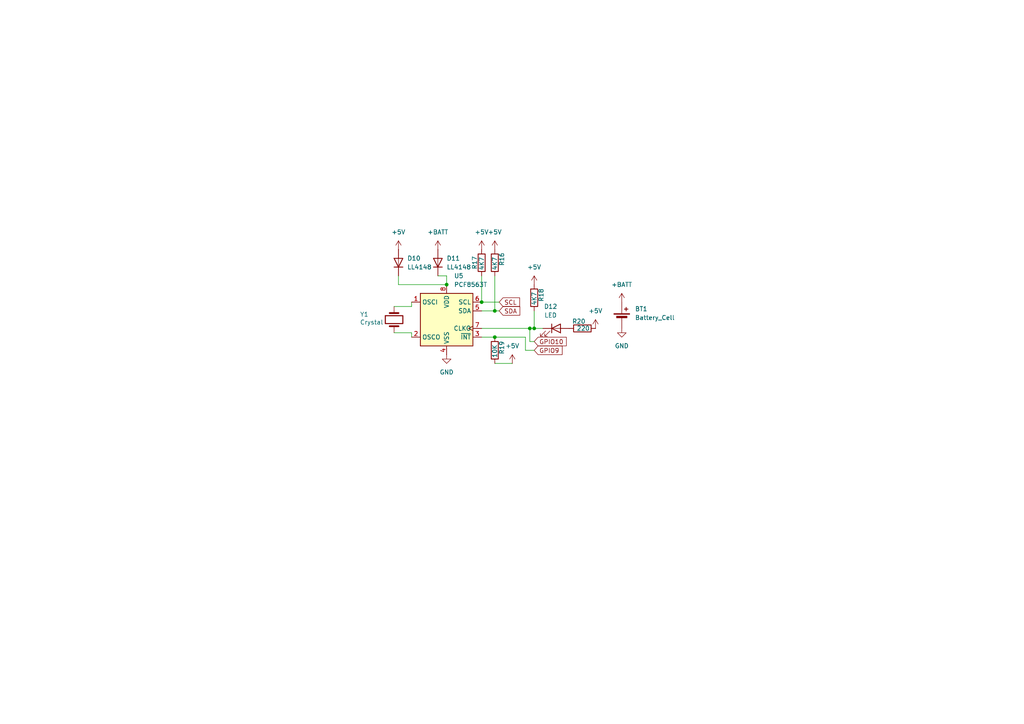
<source format=kicad_sch>
(kicad_sch (version 20250114) (generator "eeschema") (generator_version "9.0")
  (paper "A4")
  (title_block (title "Raspberry Pi Pico Logger - RTC") (date "2025-06-21") (rev "2.0") (company "Creator: Piotr Kłyś"))
  (lib_symbols
    (symbol "Device:Battery_Cell" (pin_numbers (hide yes)) (pin_names (offset 0) (hide yes))
      (property "Reference" "BT" (at 2.54 2.54 0))
      (property "Value" "Battery_Cell" (at 2.54 0 0))
      (symbol "Battery_Cell_0_1"
        (rectangle (start -2.286 1.778) (end 2.286 1.524) (fill (type outline)))
        (rectangle (start -1.524 1.016) (end 1.524 0.508) (fill (type outline)))
        (polyline (pts (xy 0 1.778) (xy 0 2.54)))
        (polyline (pts (xy 0 0.762) (xy 0 0)))
        (polyline (pts (xy 0.762 3.048) (xy 1.778 3.048)) (stroke (width 0.254)))
        (polyline (pts (xy 1.27 3.556) (xy 1.27 2.54)) (stroke (width 0.254)))
      )
      (symbol "Battery_Cell_1_1"
        (pin passive line (at 0 5.08 270) (length 2.54) (name "+") (number "1"))
        (pin passive line (at 0 -2.54 90) (length 2.54) (name "-") (number "2"))
      )
    )
    (symbol "Device:Crystal" (pin_numbers (hide yes)) (pin_names (offset 1.016) (hide yes))
      (property "Reference" "Y" (at 0 3.81 0))
      (property "Value" "Crystal" (at 0 -3.81 0))
      (symbol "Crystal_0_1"
        (polyline (pts (xy -2.54 0) (xy -1.905 0)))
        (polyline (pts (xy -1.905 -1.27) (xy -1.905 1.27)) (stroke (width 0.508)))
        (rectangle (start -1.143 2.54) (end 1.143 -2.54) (stroke (width 0.3048)))
        (polyline (pts (xy 1.905 -1.27) (xy 1.905 1.27)) (stroke (width 0.508)))
        (polyline (pts (xy 2.54 0) (xy 1.905 0)))
      )
      (symbol "Crystal_1_1"
        (pin passive line (at -3.81 0 0) (length 1.27) (name "1") (number "1"))
        (pin passive line (at 3.81 0 180) (length 1.27) (name "2") (number "2"))
      )
    )
    (symbol "Device:LED" (pin_numbers (hide yes)) (pin_names (offset 1.016) (hide yes))
      (property "Reference" "D" (at 0 2.54 0))
      (property "Value" "LED" (at 0 -2.54 0))
      (symbol "LED_0_1"
        (polyline (pts (xy -3.048 -0.762) (xy -4.572 -2.286) (xy -3.81 -2.286) (xy -4.572 -2.286) (xy -4.572 -1.524)))
        (polyline (pts (xy -1.778 -0.762) (xy -3.302 -2.286) (xy -2.54 -2.286) (xy -3.302 -2.286) (xy -3.302 -1.524)))
        (polyline (pts (xy -1.27 0) (xy 1.27 0)))
        (polyline (pts (xy -1.27 -1.27) (xy -1.27 1.27)) (stroke (width 0.254)))
        (polyline (pts (xy 1.27 -1.27) (xy 1.27 1.27) (xy -1.27 0) (xy 1.27 -1.27)) (stroke (width 0.254)))
      )
      (symbol "LED_1_1"
        (pin passive line (at -3.81 0 0) (length 2.54) (name "K") (number "1"))
        (pin passive line (at 3.81 0 180) (length 2.54) (name "A") (number "2"))
      )
    )
    (symbol "Device:R" (pin_numbers (hide yes)) (pin_names (offset 0))
      (property "Reference" "R" (at 2.032 0 90))
      (property "Value" "R" (at 0 0 90))
      (symbol "R_0_1"
        (rectangle (start -1.016 -2.54) (end 1.016 2.54) (stroke (width 0.254)))
      )
      (symbol "R_1_1"
        (pin passive line (at 0 3.81 270) (length 1.27) (name "~") (number "1"))
        (pin passive line (at 0 -3.81 90) (length 1.27) (name "~") (number "2"))
      )
    )
    (symbol "Diode:LL4148" (pin_numbers (hide yes)) (pin_names (hide yes))
      (property "Reference" "D" (at 0 2.54 0))
      (property "Value" "LL4148" (at 0 -2.54 0))
      (symbol "LL4148_0_1"
        (polyline (pts (xy -1.27 1.27) (xy -1.27 -1.27)) (stroke (width 0.254)))
        (polyline (pts (xy 1.27 1.27) (xy 1.27 -1.27) (xy -1.27 0) (xy 1.27 1.27)) (stroke (width 0.254)))
        (polyline (pts (xy 1.27 0) (xy -1.27 0)))
      )
      (symbol "LL4148_1_1"
        (pin passive line (at -3.81 0 0) (length 2.54) (name "K") (number "1"))
        (pin passive line (at 3.81 0 180) (length 2.54) (name "A") (number "2"))
      )
    )
    (symbol "Timer_RTC:PCF8563T"
      (property "Reference" "U" (at -7.62 8.89 0))
      (property "Value" "PCF8563T" (at 2.54 8.89 0))
      (symbol "PCF8563T_0_1"
        (rectangle (start -7.62 7.62) (end 7.62 -7.62) (stroke (width 0.254)) (fill (type background)))
      )
      (symbol "PCF8563T_1_1"
        (pin input line (at -10.16 5.08 0) (length 2.54) (name "OSCI") (number "1"))
        (pin output line (at -10.16 -5.08 0) (length 2.54) (name "OSCO") (number "2"))
        (pin power_in line (at 0 10.16 270) (length 2.54) (name "VDD") (number "8"))
        (pin power_in line (at 0 -10.16 90) (length 2.54) (name "VSS") (number "4"))
        (pin input line (at 10.16 5.08 180) (length 2.54) (name "SCL") (number "6"))
        (pin bidirectional line (at 10.16 2.54 180) (length 2.54) (name "SDA") (number "5"))
        (pin output clock (at 10.16 -2.54 180) (length 2.54) (name "CLKO") (number "7"))
        (pin output line (at 10.16 -5.08 180) (length 2.54) (name "~{INT}") (number "3"))
      )
    )
    (symbol "power:+5V" (power) (pin_numbers (hide yes)) (pin_names (offset 0) (hide yes))
      (property "Value" "+5V" (at 0 3.556 0))
      (symbol "+5V_0_1"
        (polyline (pts (xy -0.762 1.27) (xy 0 2.54)))
        (polyline (pts (xy 0 2.54) (xy 0.762 1.27)))
        (polyline (pts (xy 0 0) (xy 0 2.54)))
      )
      (symbol "+5V_1_1"
        (pin power_in line (at 0 0 90) (length 0) (name "~") (number "1"))
      )
    )
    (symbol "power:+BATT" (power) (pin_numbers (hide yes)) (pin_names (offset 0) (hide yes))
      (property "Value" "+BATT" (at 0 3.556 0))
      (symbol "+BATT_0_1"
        (polyline (pts (xy -0.762 1.27) (xy 0 2.54)))
        (polyline (pts (xy 0 2.54) (xy 0.762 1.27)))
        (polyline (pts (xy 0 0) (xy 0 2.54)))
      )
      (symbol "+BATT_1_1"
        (pin power_in line (at 0 0 90) (length 0) (name "~") (number "1"))
      )
    )
    (symbol "power:GND" (power) (pin_numbers (hide yes)) (pin_names (offset 0) (hide yes))
      (property "Value" "GND" (at 0 -3.81 0))
      (symbol "GND_0_1"
        (polyline (pts (xy 0 0) (xy 0 -1.27) (xy 1.27 -1.27) (xy 0 -2.54) (xy -1.27 -1.27) (xy 0 -1.27)))
      )
      (symbol "GND_1_1"
        (pin power_in line (at 0 0 270) (length 0) (name "~") (number "1"))
      )
    )
  )
  (junction (at 153.67 95.25))
  (junction (at 129.54 82.55))
  (junction (at 143.51 97.79))
  (junction (at 154.94 95.25))
  (junction (at 139.7 87.63))
  (junction (at 143.51 90.17))
  (wire (pts (xy 115.57 82.55) (xy 129.54 82.55)))
  (wire (pts (xy 143.51 105.41) (xy 148.59 105.41)))
  (wire (pts (xy 139.7 97.79) (xy 143.51 97.79)))
  (wire (pts (xy 114.3 96.52) (xy 119.38 96.52)))
  (wire (pts (xy 154.94 90.17) (xy 154.94 95.25)))
  (wire (pts (xy 114.3 88.9) (xy 119.38 88.9)))
  (wire (pts (xy 119.38 88.9) (xy 119.38 87.63)))
  (wire (pts (xy 115.57 80.01) (xy 115.57 82.55)))
  (wire (pts (xy 143.51 90.17) (xy 144.78 90.17)))
  (wire (pts (xy 154.94 101.6) (xy 152.4 101.6)))
  (wire (pts (xy 139.7 95.25) (xy 153.67 95.25)))
  (wire (pts (xy 127 80.01) (xy 129.54 80.01)))
  (wire (pts (xy 139.7 90.17) (xy 143.51 90.17)))
  (wire (pts (xy 154.94 95.25) (xy 157.48 95.25)))
  (wire (pts (xy 154.94 99.06) (xy 153.67 99.06)))
  (wire (pts (xy 153.67 95.25) (xy 154.94 95.25)))
  (wire (pts (xy 119.38 96.52) (xy 119.38 97.79)))
  (wire (pts (xy 129.54 80.01) (xy 129.54 82.55)))
  (wire (pts (xy 153.67 99.06) (xy 153.67 95.25)))
  (wire (pts (xy 152.4 101.6) (xy 152.4 97.79)))
  (wire (pts (xy 152.4 97.79) (xy 143.51 97.79)))
  (wire (pts (xy 139.7 80.01) (xy 139.7 87.63)))
  (wire (pts (xy 139.7 87.63) (xy 144.78 87.63)))
  (wire (pts (xy 143.51 80.01) (xy 143.51 90.17)))
  (global_label "SDA" (shape input) (at 144.78 90.17 0) (property "Intersheetrefs" "${INTERSHEET_REFS}" (effects (hide yes))))
  (global_label "GPIO9" (shape input) (at 154.94 101.6 0) (property "Intersheetrefs" "${INTERSHEET_REFS}" (effects (hide yes))))
  (global_label "GPIO10" (shape input) (at 154.94 99.06 0) (property "Intersheetrefs" "${INTERSHEET_REFS}" (effects (hide yes))))
  (global_label "SCL" (shape input) (at 144.78 87.63 0) (property "Intersheetrefs" "${INTERSHEET_REFS}" (effects (hide yes))))
  (symbol (lib_id "Timer_RTC:PCF8563T") (at 129.54 92.71 0) (unit 1)
    (property "Reference" "U5" (at 131.6833 80.01 0) (effects (justify left)))
    (property "Value" "PCF8563T" (at 131.6833 82.55 0) (effects (justify left)))
    (property "Footprint" "Package_SO:SOIC-8_3.9x4.9mm_P1.27mm" (effects (hide yes)))
    (property "Datasheet" "https://www.nxp.com/docs/en/data-sheet/PCF8563.pdf" (effects (hide yes)))
    (property "Description" "Realtime Clock/Calendar I2C Interface, SOIC-8" (effects (hide yes)))
  )
  (symbol (lib_id "Device:R") (at 139.7 76.2 0) (unit 1)
    (property "Reference" "R17" (at 137.668 76.2 90))
    (property "Value" "4K7" (at 139.7 76.454 90))
    (property "Footprint" "Resistor_SMD:R_0805_2012Metric" (effects (hide yes)))
    (property "Description" "Resistor" (effects (hide yes)))
  )
  (symbol (lib_id "power:+5V") (at 172.72 95.25 0) (unit 1)
    (property "Reference" "#PWR039" (effects (hide yes)))
    (property "Value" "+5V" (at 172.72 90.17 0))
    (property "Description" "Power symbol creates a global label with name \"+5V\"" (effects (hide yes)))
  )
  (symbol (lib_id "power:+5V") (at 143.51 72.39 0) (unit 1)
    (property "Reference" "#PWR036" (effects (hide yes)))
    (property "Value" "+5V" (at 143.51 67.31 0))
    (property "Description" "Power symbol creates a global label with name \"+5V\"" (effects (hide yes)))
  )
  (symbol (lib_id "Device:Battery_Cell") (at 180.34 92.71 0) (unit 1)
    (property "Reference" "BT1" (at 184.15 89.5984 0) (effects (justify left)))
    (property "Value" "Battery_Cell" (at 184.15 92.1384 0) (effects (justify left)))
    (property "Footprint" "Battery:BatteryHolder_Keystone_104_1x23mm" (effects (hide yes)))
    (property "Description" "Single-cell battery" (effects (hide yes)))
  )
  (symbol (lib_id "Device:R") (at 154.94 86.36 0) (unit 1)
    (property "Reference" "R18" (at 156.972 85.598 90))
    (property "Value" "4K7" (at 154.94 86.614 90))
    (property "Footprint" "Resistor_SMD:R_0805_2012Metric" (effects (hide yes)))
    (property "Description" "Resistor" (effects (hide yes)))
  )
  (symbol (lib_id "power:GND") (at 129.54 102.87 0) (unit 1)
    (property "Reference" "#PWR035" (effects (hide yes)))
    (property "Value" "GND" (at 129.54 107.95 0))
    (property "Description" "Power symbol creates a global label with name \"GND\" , ground" (effects (hide yes)))
  )
  (symbol (lib_id "power:+BATT") (at 180.34 87.63 0) (unit 1)
    (property "Reference" "#PWR040" (effects (hide yes)))
    (property "Value" "+BATT" (at 180.34 82.55 0))
    (property "Description" "Power symbol creates a global label with name \"+BATT\"" (effects (hide yes)))
  )
  (symbol (lib_id "Device:R") (at 143.51 101.6 0) (unit 1)
    (property "Reference" "R19" (at 145.542 100.838 90))
    (property "Value" "10K" (at 143.51 101.854 90))
    (property "Footprint" "Resistor_SMD:R_0805_2012Metric" (effects (hide yes)))
    (property "Description" "Resistor" (effects (hide yes)))
  )
  (symbol (lib_id "power:+5V") (at 154.94 82.55 0) (unit 1)
    (property "Reference" "#PWR038" (effects (hide yes)))
    (property "Value" "+5V" (at 154.94 77.47 0))
    (property "Description" "Power symbol creates a global label with name \"+5V\"" (effects (hide yes)))
  )
  (symbol (lib_id "Device:R") (at 168.91 95.25 90) (unit 1)
    (property "Reference" "R20" (at 167.894 93.218 90))
    (property "Value" "220" (at 169.164 95.25 90))
    (property "Footprint" "Resistor_SMD:R_0805_2012Metric" (effects (hide yes)))
    (property "Description" "Resistor" (effects (hide yes)))
  )
  (symbol (lib_id "power:GND") (at 180.34 95.25 0) (unit 1)
    (property "Reference" "#PWR044" (effects (hide yes)))
    (property "Value" "GND" (at 180.34 100.33 0))
    (property "Description" "Power symbol creates a global label with name \"GND\" , ground" (effects (hide yes)))
  )
  (symbol (lib_id "power:+5V") (at 139.7 72.39 0) (unit 1)
    (property "Reference" "#PWR010" (effects (hide yes)))
    (property "Value" "+5V" (at 139.7 67.31 0))
    (property "Description" "Power symbol creates a global label with name \"+5V\"" (effects (hide yes)))
  )
  (symbol (lib_id "power:+5V") (at 148.59 105.41 0) (unit 1)
    (property "Reference" "#PWR037" (effects (hide yes)))
    (property "Value" "+5V" (at 148.59 100.33 0))
    (property "Description" "Power symbol creates a global label with name \"+5V\"" (effects (hide yes)))
  )
  (symbol (lib_id "power:+5V") (at 115.57 72.39 0) (unit 1)
    (property "Reference" "#PWR033" (effects (hide yes)))
    (property "Value" "+5V" (at 115.57 67.31 0))
    (property "Description" "Power symbol creates a global label with name \"+5V\"" (effects (hide yes)))
  )
  (symbol (lib_id "Diode:LL4148") (at 115.57 76.2 90) (unit 1)
    (property "Reference" "D10" (at 118.11 74.9299 90) (effects (justify right)))
    (property "Value" "LL4148" (at 118.11 77.4699 90) (effects (justify right)))
    (property "Footprint" "Diode_SMD:D_MiniMELF" (effects (hide yes)))
    (property "Datasheet" "http://www.vishay.com/docs/85557/ll4148.pdf" (effects (hide yes)))
    (property "Description" "100V 0.15A standard switching diode, MiniMELF" (effects (hide yes)))
    (property "Sim.Device" "D" (effects (hide yes)))
    (property "Sim.Pins" "1=K 2=A" (effects (hide yes)))
  )
  (symbol (lib_id "Device:Crystal") (at 114.3 92.71 90) (unit 1)
    (property "Reference" "Y1" (at 104.394 91.186 90) (effects (justify right)))
    (property "Value" "Crystal" (at 104.394 93.472 90) (effects (justify right)))
    (property "Footprint" "Crystal:Crystal_SMD_3215-2Pin_3.2x1.5mm" (effects (hide yes)))
    (property "Description" "Two pin crystal" (effects (hide yes)))
  )
  (symbol (lib_id "power:+BATT") (at 127 72.39 0) (unit 1)
    (property "Reference" "#PWR034" (effects (hide yes)))
    (property "Value" "+BATT" (at 127 67.31 0))
    (property "Description" "Power symbol creates a global label with name \"+BATT\"" (effects (hide yes)))
  )
  (symbol (lib_id "Device:R") (at 143.51 76.2 0) (unit 1)
    (property "Reference" "R16" (at 145.542 75.184 90))
    (property "Value" "4K7" (at 143.51 76.454 90))
    (property "Footprint" "Resistor_SMD:R_0805_2012Metric" (effects (hide yes)))
    (property "Description" "Resistor" (effects (hide yes)))
  )
  (symbol (lib_id "Device:LED") (at 161.29 95.25 0) (unit 1)
    (property "Reference" "D12" (at 159.7025 88.9 0))
    (property "Value" "LED" (at 159.7025 91.44 0))
    (property "Footprint" "LED_SMD:LED_0805_2012Metric" (effects (hide yes)))
    (property "Description" "Light emitting diode" (effects (hide yes)))
    (property "Sim.Pins" "1=K 2=A" (effects (hide yes)))
  )
  (symbol (lib_id "Diode:LL4148") (at 127 76.2 90) (unit 1)
    (property "Reference" "D11" (at 129.54 74.9299 90) (effects (justify right)))
    (property "Value" "LL4148" (at 129.54 77.4699 90) (effects (justify right)))
    (property "Footprint" "Diode_SMD:D_MiniMELF" (effects (hide yes)))
    (property "Datasheet" "http://www.vishay.com/docs/85557/ll4148.pdf" (effects (hide yes)))
    (property "Description" "100V 0.15A standard switching diode, MiniMELF" (effects (hide yes)))
    (property "Sim.Device" "D" (effects (hide yes)))
    (property "Sim.Pins" "1=K 2=A" (effects (hide yes)))
  )
)
</source>
